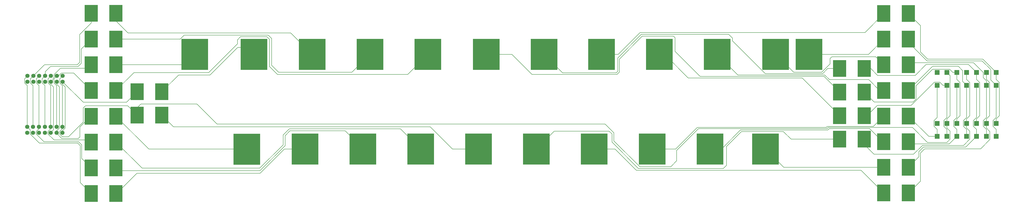
<source format=gbr>
G04 EAGLE Gerber RS-274X export*
G75*
%MOMM*%
%FSLAX34Y34*%
%LPD*%
%INTop Copper*%
%IPPOS*%
%AMOC8*
5,1,8,0,0,1.08239X$1,22.5*%
G01*
%ADD10R,11.303000X13.208000*%
%ADD11R,2.100000X2.100000*%
%ADD12C,1.800000*%
%ADD13R,5.600000X7.230000*%
%ADD14C,0.203200*%


D10*
X2675890Y-228600D03*
X1546860Y-228600D03*
X1513840Y-632460D03*
X1300480Y-228600D03*
X1267460Y-632460D03*
X1051560Y-228600D03*
X1021080Y-632460D03*
X805180Y-228600D03*
X774700Y-632460D03*
X558800Y-228600D03*
X528320Y-632460D03*
X2533650Y-228600D03*
X311150Y-228600D03*
X280670Y-633730D03*
X58420Y-228600D03*
X2490470Y-632460D03*
X2284730Y-228600D03*
X2254250Y-632460D03*
X2038350Y-228600D03*
X2007870Y-632460D03*
X1791970Y-228600D03*
X1760220Y-632460D03*
D11*
X3431466Y-361002D03*
X3389466Y-361002D03*
X3347466Y-361002D03*
X3305466Y-361002D03*
X3263466Y-361002D03*
X3431466Y-306002D03*
X3389466Y-306002D03*
X3347466Y-306002D03*
X3305466Y-306002D03*
X3263466Y-306002D03*
X3221466Y-306002D03*
X3221466Y-361002D03*
X3473466Y-361002D03*
X3473466Y-306002D03*
X3431466Y-578426D03*
X3389466Y-578426D03*
X3347466Y-578426D03*
X3305466Y-578426D03*
X3263466Y-578426D03*
X3431466Y-523426D03*
X3389466Y-523426D03*
X3347466Y-523426D03*
X3305466Y-523426D03*
X3263466Y-523426D03*
X3221466Y-523426D03*
X3221466Y-578426D03*
X3473466Y-578426D03*
X3473466Y-523426D03*
D12*
X-579120Y-320421D03*
X-579120Y-345421D03*
X-604120Y-345421D03*
X-604120Y-320421D03*
X-629120Y-320421D03*
X-629120Y-345421D03*
X-554120Y-345421D03*
X-554120Y-320421D03*
X-529120Y-320421D03*
X-529120Y-345421D03*
X-504120Y-345421D03*
X-504120Y-320421D03*
X-654120Y-320421D03*
X-654120Y-345421D03*
X-580136Y-537845D03*
X-580136Y-562845D03*
X-605136Y-562845D03*
X-605136Y-537845D03*
X-630136Y-537845D03*
X-630136Y-562845D03*
X-555136Y-562845D03*
X-555136Y-537845D03*
X-530136Y-537845D03*
X-530136Y-562845D03*
X-505136Y-562845D03*
X-505136Y-537845D03*
X-655136Y-537845D03*
X-655136Y-562845D03*
D13*
X2994357Y-163906D03*
X3099357Y-163906D03*
X2994357Y-273169D03*
X3099357Y-273169D03*
X2994357Y-710219D03*
X3099357Y-710219D03*
X2994357Y-382431D03*
X3099357Y-382431D03*
X2994357Y-600956D03*
X3099357Y-600956D03*
X2805762Y-490146D03*
X2910762Y-490146D03*
X2994357Y-491694D03*
X3099357Y-491694D03*
X2994357Y-54644D03*
X3099357Y-54644D03*
X2994357Y-819481D03*
X3099357Y-819481D03*
X2805762Y-289213D03*
X2910762Y-289213D03*
X2805762Y-590613D03*
X2910762Y-590613D03*
X2805762Y-389680D03*
X2910762Y-389680D03*
X-81866Y-487715D03*
X-186866Y-487715D03*
X-277065Y-383064D03*
X-382065Y-383064D03*
X-277065Y-602843D03*
X-382065Y-602843D03*
X-277065Y-163286D03*
X-382065Y-163286D03*
X-277065Y-712732D03*
X-382065Y-712732D03*
X-277065Y-53397D03*
X-382065Y-53397D03*
X-277065Y-822621D03*
X-382065Y-822621D03*
X-81866Y-388049D03*
X-186866Y-388049D03*
X-277065Y-492954D03*
X-382065Y-492954D03*
X-277065Y-273175D03*
X-382065Y-273175D03*
D14*
X3333918Y-511664D02*
X3333918Y-535189D01*
X3347466Y-548737D02*
X3347466Y-578426D01*
X3347466Y-498116D02*
X3347466Y-361002D01*
X3333918Y-535189D02*
X3347466Y-548737D01*
X3333918Y-511664D02*
X3347466Y-498116D01*
X3347466Y-361002D02*
X3330448Y-343984D01*
X3330448Y-297942D01*
X3202134Y-279654D02*
X3099357Y-382431D01*
X3312160Y-279654D02*
X3330448Y-297942D01*
X3312160Y-279654D02*
X3202134Y-279654D01*
X3291918Y-511664D02*
X3291918Y-535189D01*
X3305466Y-548737D02*
X3305466Y-578426D01*
X3305466Y-498116D02*
X3305466Y-361002D01*
X3291918Y-535189D02*
X3305466Y-548737D01*
X3291918Y-511664D02*
X3305466Y-498116D01*
X3273213Y-610679D02*
X3109079Y-610679D01*
X3099357Y-600956D01*
X3273213Y-610679D02*
X3305466Y-578426D01*
X3249918Y-535189D02*
X3249918Y-511664D01*
X3263466Y-548737D02*
X3263466Y-578426D01*
X3263466Y-498116D02*
X3263466Y-361002D01*
X3249918Y-535189D02*
X3263466Y-548737D01*
X3249918Y-511664D02*
X3263466Y-498116D01*
X2922851Y-490146D02*
X2910762Y-490146D01*
X2922851Y-490146D02*
X2966681Y-446316D01*
X3110841Y-446316D01*
X3209704Y-347454D02*
X3233229Y-347454D01*
X3246777Y-361002D02*
X3263466Y-361002D01*
X3246777Y-361002D02*
X3233229Y-347454D01*
X3209704Y-347454D02*
X3110841Y-446316D01*
X3207918Y-511664D02*
X3207918Y-535189D01*
X3221466Y-548737D02*
X3221466Y-578426D01*
X3221466Y-498116D02*
X3221466Y-361002D01*
X3207918Y-535189D02*
X3221466Y-548737D01*
X3207918Y-511664D02*
X3221466Y-498116D01*
X3221466Y-578426D02*
X3186089Y-578426D01*
X3099357Y-491694D01*
X3473466Y-503863D02*
X3473466Y-523426D01*
X3473466Y-335692D02*
X3473466Y-306002D01*
X3473466Y-335692D02*
X3487014Y-349240D01*
X3487014Y-490315D02*
X3473466Y-503863D01*
X3487014Y-490315D02*
X3487014Y-349240D01*
X3416418Y-248954D02*
X3181336Y-248954D01*
X3150602Y-218220D01*
X3150602Y-105888D02*
X3099357Y-54644D01*
X3150602Y-105888D02*
X3150602Y-218220D01*
X3416418Y-248954D02*
X3473466Y-306002D01*
X3431466Y-503863D02*
X3431466Y-523426D01*
X3431466Y-335692D02*
X3431466Y-306002D01*
X3431466Y-335692D02*
X3445014Y-349240D01*
X3445014Y-490315D02*
X3431466Y-503863D01*
X3445014Y-490315D02*
X3445014Y-349240D01*
X3431466Y-523426D02*
X3431466Y-542989D01*
X3446284Y-557807D01*
X3446284Y-592316D01*
X3407079Y-631521D01*
X3168128Y-631521D02*
X3150348Y-649301D01*
X3150348Y-769697D01*
X3100564Y-819481D01*
X3099357Y-819481D01*
X3168128Y-631521D02*
X3407079Y-631521D01*
X3389466Y-523426D02*
X3389466Y-503863D01*
X3389466Y-335692D02*
X3389466Y-306002D01*
X3389466Y-335692D02*
X3403014Y-349240D01*
X3403014Y-490315D02*
X3389466Y-503863D01*
X3403014Y-490315D02*
X3403014Y-349240D01*
X2938830Y-289213D02*
X2910762Y-289213D01*
X2938830Y-289213D02*
X2967951Y-318335D01*
X3174746Y-272034D02*
X3355498Y-272034D01*
X3389466Y-306002D01*
X3174746Y-272034D02*
X3128445Y-318335D01*
X2967951Y-318335D01*
X3347466Y-503863D02*
X3347466Y-523426D01*
X3347466Y-335692D02*
X3347466Y-306002D01*
X3347466Y-335692D02*
X3361014Y-349240D01*
X3361014Y-490315D02*
X3347466Y-503863D01*
X3361014Y-490315D02*
X3361014Y-349240D01*
X3347466Y-523426D02*
X3347466Y-542989D01*
X3361014Y-556537D01*
X3361014Y-590189D01*
X3334083Y-617120D02*
X3158956Y-617120D01*
X3334083Y-617120D02*
X3361014Y-590189D01*
X2910762Y-590613D02*
X2910762Y-613063D01*
X2952457Y-654758D01*
X3121318Y-654758D02*
X3158956Y-617120D01*
X3121318Y-654758D02*
X2952457Y-654758D01*
X-554120Y-356712D02*
X-554120Y-345421D01*
X-543088Y-550797D02*
X-555136Y-562845D01*
X-543088Y-550797D02*
X-543088Y-367744D01*
X-554120Y-356712D01*
X-554120Y-345421D02*
X-545232Y-336533D01*
X-545232Y-330786D01*
X-541168Y-326722D01*
X-541168Y-315431D01*
X-513774Y-288036D01*
X-396926Y-288036D02*
X-382065Y-273175D01*
X-396926Y-288036D02*
X-513774Y-288036D01*
X-530136Y-554884D02*
X-530136Y-562845D01*
X-530136Y-554884D02*
X-518088Y-542836D01*
X-529120Y-356712D02*
X-529120Y-345421D01*
X-518088Y-367744D02*
X-518088Y-542836D01*
X-518088Y-367744D02*
X-529120Y-356712D01*
X-530136Y-562845D02*
X-530136Y-564949D01*
X-507537Y-587547D01*
X-437289Y-587547D01*
X-430833Y-581092D02*
X-430833Y-538674D01*
X-385113Y-492954D01*
X-382065Y-492954D01*
X-430833Y-581092D02*
X-437289Y-587547D01*
X-505136Y-562845D02*
X-505136Y-554884D01*
X-493088Y-542836D01*
X-493088Y-367744D01*
X-504120Y-356712D01*
X-504120Y-345421D01*
X-416725Y-432816D01*
X-231633Y-432816D02*
X-186866Y-388049D01*
X-231633Y-432816D02*
X-416725Y-432816D01*
X-655136Y-361444D02*
X-655136Y-537845D01*
X-655136Y-361444D02*
X-666168Y-350412D01*
X-666168Y-332469D01*
X-654120Y-320421D01*
X-428800Y-775886D02*
X-382065Y-822621D01*
X-440254Y-606988D02*
X-603032Y-606988D01*
X-642184Y-567836D01*
X-642184Y-550797D01*
X-655136Y-537845D01*
X-428800Y-618442D02*
X-428800Y-775886D01*
X-428800Y-618442D02*
X-440254Y-606988D01*
X-630136Y-537845D02*
X-630136Y-361444D01*
X-641168Y-350412D01*
X-641168Y-332469D01*
X-629120Y-320421D01*
X-581749Y-273050D01*
X-442119Y-273050D01*
X-431546Y-262477D01*
X-382065Y-94826D02*
X-382065Y-53397D01*
X-431546Y-144307D02*
X-431546Y-262477D01*
X-431546Y-144307D02*
X-382065Y-94826D01*
X-605136Y-361444D02*
X-605136Y-537845D01*
X-605136Y-361444D02*
X-616168Y-350412D01*
X-616168Y-332469D01*
X-604120Y-320421D01*
X-617184Y-557855D02*
X-617184Y-567836D01*
X-605136Y-545807D02*
X-605136Y-537845D01*
X-605136Y-545807D02*
X-617184Y-557855D01*
X-617184Y-567836D02*
X-584128Y-600892D01*
X-437009Y-600892D01*
X-422705Y-615196D01*
X-422705Y-672092D01*
X-382065Y-712732D01*
X-580136Y-537845D02*
X-580136Y-361444D01*
X-591168Y-350412D01*
X-591168Y-332469D01*
X-579120Y-320421D01*
X-578254Y-319555D01*
X-578254Y-302119D01*
X-556297Y-280162D01*
X-438404Y-280162D01*
X-424942Y-266700D01*
X-424942Y-206163D02*
X-382065Y-163286D01*
X-424942Y-206163D02*
X-424942Y-266700D01*
X-555136Y-361444D02*
X-555136Y-537845D01*
X-555136Y-361444D02*
X-566168Y-350412D01*
X-566168Y-332469D01*
X-554120Y-320421D01*
X-567184Y-557855D02*
X-567184Y-567836D01*
X-555136Y-545807D02*
X-555136Y-537845D01*
X-555136Y-545807D02*
X-567184Y-557855D01*
X-567184Y-567836D02*
X-540967Y-594053D01*
X-390855Y-594053D01*
X-382065Y-602843D01*
X-530136Y-537845D02*
X-530136Y-361444D01*
X-541168Y-350412D01*
X-541168Y-332469D01*
X-529120Y-320421D01*
X-521159Y-320421D01*
X-509111Y-308373D01*
X-456756Y-308373D01*
X-382065Y-383064D01*
X-505136Y-361444D02*
X-505136Y-537845D01*
X-505136Y-361444D02*
X-516168Y-350412D01*
X-516168Y-332469D01*
X-504120Y-320421D01*
X-517184Y-557855D02*
X-517184Y-567836D01*
X-505047Y-579973D01*
X-505136Y-545807D02*
X-505136Y-537845D01*
X-505136Y-545807D02*
X-517184Y-557855D01*
X3263466Y-523426D02*
X3263466Y-503863D01*
X3277014Y-490315D01*
X3277014Y-319550D02*
X3263466Y-306002D01*
X3277014Y-319550D02*
X3277014Y-490315D01*
X3263466Y-523426D02*
X3263466Y-542989D01*
X3277014Y-556537D01*
X3277014Y-590189D01*
X3262874Y-604329D01*
X3180651Y-604329D01*
X3116689Y-540367D01*
X-478627Y-579973D02*
X-505047Y-579973D01*
X-416306Y-517652D02*
X-416306Y-457200D01*
X-304644Y-447788D02*
X-304630Y-447802D01*
X-406894Y-447788D02*
X-416306Y-457200D01*
X-406894Y-447788D02*
X-304644Y-447788D01*
X-226779Y-447802D02*
X-186866Y-487715D01*
X-416306Y-517652D02*
X-478627Y-579973D01*
X-304630Y-447802D02*
X-226779Y-447802D01*
X-186866Y-456360D02*
X-186866Y-487715D01*
X-186866Y-456360D02*
X-171196Y-440690D01*
X68072Y-440690D01*
X1844548Y-563467D02*
X1844548Y-597503D01*
X1954943Y-707898D02*
X2086864Y-707898D01*
X153162Y-525780D02*
X68072Y-440690D01*
X153162Y-525780D02*
X1806861Y-525780D01*
X1844548Y-563467D01*
X1844548Y-597503D02*
X1954943Y-707898D01*
X2112137Y-682625D02*
X2112137Y-638310D01*
X2205000Y-545447D01*
X2112137Y-682625D02*
X2086864Y-707898D01*
X2752598Y-545447D02*
X2757678Y-540367D01*
X2752598Y-545447D02*
X2205000Y-545447D01*
X2757678Y-540367D02*
X3116689Y-540367D01*
X3305466Y-523426D02*
X3305466Y-503863D01*
X3305466Y-335692D02*
X3305466Y-306002D01*
X3305466Y-335692D02*
X3319014Y-349240D01*
X3319014Y-490315D02*
X3305466Y-503863D01*
X3319014Y-490315D02*
X3319014Y-349240D01*
X3305466Y-306002D02*
X3288777Y-306002D01*
X3275229Y-292454D01*
X2953146Y-432063D02*
X2910762Y-389680D01*
X2953146Y-432063D02*
X3119347Y-432063D01*
X3132247Y-419164D02*
X3132247Y-362794D01*
X3132247Y-419164D02*
X3119347Y-432063D01*
X3132247Y-362794D02*
X3202586Y-292454D01*
X3275229Y-292454D01*
X3375918Y-511664D02*
X3375918Y-535189D01*
X3389466Y-548737D02*
X3389466Y-578426D01*
X3389466Y-498116D02*
X3389466Y-361002D01*
X3375918Y-535189D02*
X3389466Y-548737D01*
X3375918Y-511664D02*
X3389466Y-498116D01*
X3389466Y-578426D02*
X3344033Y-623859D01*
X3163556Y-623859D01*
X3143744Y-643671D01*
X3143744Y-665832D01*
X3099357Y-710219D01*
X3417918Y-535189D02*
X3417918Y-511664D01*
X3431466Y-548737D02*
X3431466Y-578426D01*
X3431466Y-498116D02*
X3431466Y-361002D01*
X3417918Y-535189D02*
X3431466Y-548737D01*
X3417918Y-511664D02*
X3431466Y-498116D01*
X3431466Y-361002D02*
X3431466Y-341439D01*
X3417918Y-327891D01*
X3417918Y-305910D01*
X3376549Y-264541D01*
X3107985Y-264541D01*
X3099357Y-273169D01*
X3459918Y-511664D02*
X3459918Y-535189D01*
X3473466Y-548737D02*
X3473466Y-578426D01*
X3473466Y-498116D02*
X3473466Y-361002D01*
X3459918Y-535189D02*
X3473466Y-548737D01*
X3459918Y-511664D02*
X3473466Y-498116D01*
X3473466Y-361002D02*
X3450082Y-337618D01*
X3450082Y-293116D01*
X3413328Y-256362D01*
X3178542Y-256362D01*
X3099357Y-177178D01*
X3099357Y-163906D01*
X2994357Y-163906D02*
X2929663Y-228600D01*
X2675890Y-228600D01*
X2610358Y-305308D02*
X2533650Y-228600D01*
X2610358Y-305308D02*
X2729738Y-305308D01*
X2960456Y-239268D02*
X2994357Y-273169D01*
X2960456Y-239268D02*
X2772918Y-239268D01*
X2765298Y-246888D01*
X2765298Y-269748D01*
X2729738Y-305308D01*
X2568229Y-710219D02*
X2994357Y-710219D01*
X2568229Y-710219D02*
X2490470Y-632460D01*
X2372633Y-316503D02*
X2284730Y-228600D01*
X2976299Y-382431D02*
X2994357Y-382431D01*
X2976299Y-382431D02*
X2930183Y-336315D01*
X2762504Y-336315D01*
X2742692Y-316503D01*
X2372633Y-316503D01*
X2302764Y-632460D02*
X2254250Y-632460D01*
X2989757Y-600956D02*
X2994357Y-600956D01*
X2989757Y-600956D02*
X2933993Y-545193D01*
X2761996Y-545193D01*
X2755900Y-551289D01*
X2383935Y-551289D01*
X2302764Y-632460D01*
X2161194Y-329157D02*
X2646653Y-329157D01*
X2060637Y-228600D02*
X2038350Y-228600D01*
X2060637Y-228600D02*
X2161194Y-329157D01*
X2646653Y-329157D02*
X2805762Y-488266D01*
X2805762Y-490146D01*
X2950002Y-536049D02*
X2994357Y-491694D01*
X2950002Y-536049D02*
X2753868Y-536049D01*
X2749550Y-540367D01*
X2199666Y-540367D01*
X2107573Y-632460D01*
X2007870Y-632460D01*
X2994357Y-55572D02*
X2994357Y-54644D01*
X2994357Y-55572D02*
X2914394Y-135535D01*
X1955901Y-135535D02*
X1862836Y-228600D01*
X1791970Y-228600D01*
X1955901Y-135535D02*
X2914394Y-135535D01*
X1939544Y-722884D02*
X1849120Y-632460D01*
X1760220Y-632460D01*
X2897760Y-722884D02*
X2994357Y-819481D01*
X2897760Y-722884D02*
X1939544Y-722884D01*
X1860804Y-300736D02*
X1860804Y-243586D01*
X1860804Y-300736D02*
X1854200Y-307340D01*
X1625600Y-307340D02*
X1546860Y-228600D01*
X1860804Y-243586D02*
X1961134Y-143256D01*
X1854200Y-307340D02*
X1625600Y-307340D01*
X2733707Y-311150D02*
X2755644Y-289213D01*
X2489335Y-311150D02*
X2349373Y-171189D01*
X2489335Y-311150D02*
X2733707Y-311150D01*
X2349373Y-159266D02*
X2333364Y-143256D01*
X2349373Y-159266D02*
X2349373Y-171189D01*
X2333364Y-143256D02*
X1961134Y-143256D01*
X2755644Y-289213D02*
X2805762Y-289213D01*
X2566670Y-557784D02*
X2388108Y-557784D01*
X2324354Y-621538D01*
X2324354Y-702056D01*
X2310892Y-715518D01*
X1948688Y-715518D01*
X1836420Y-603250D01*
X1836420Y-568452D01*
X1824228Y-556260D01*
X1590040Y-556260D02*
X1513840Y-632460D01*
X1590040Y-556260D02*
X1824228Y-556260D01*
X2599499Y-590613D02*
X2805762Y-590613D01*
X2599499Y-590613D02*
X2566670Y-557784D01*
X13845Y-273175D02*
X-277065Y-273175D01*
X13845Y-273175D02*
X58420Y-228600D01*
X279654Y-632714D02*
X280670Y-633730D01*
X279654Y-632714D02*
X-137305Y-632714D01*
X-277065Y-492954D01*
X281432Y-198882D02*
X311150Y-228600D01*
X281432Y-198882D02*
X241554Y-198882D01*
X123952Y-316484D01*
X-10301Y-316484D02*
X-81866Y-388049D01*
X-10301Y-316484D02*
X123952Y-316484D01*
X440690Y-632460D02*
X528320Y-632460D01*
X440690Y-632460D02*
X337143Y-736007D01*
X-187403Y-736007D01*
X-274017Y-822621D02*
X-277065Y-822621D01*
X-274017Y-822621D02*
X-187403Y-736007D01*
X-225915Y-137059D02*
X467259Y-137059D01*
X-225915Y-137059D02*
X-277065Y-85909D01*
X-277065Y-53397D01*
X467259Y-137059D02*
X558800Y-228600D01*
X443738Y-575818D02*
X443738Y-618102D01*
X443738Y-575818D02*
X464566Y-554990D01*
X443738Y-618102D02*
X336597Y-725242D01*
X464566Y-554990D02*
X699770Y-554990D01*
X774700Y-629920D01*
X774700Y-632460D01*
X336597Y-725242D02*
X-264555Y-725242D01*
X-277065Y-712732D01*
X728726Y-305054D02*
X805180Y-228600D01*
X728726Y-305054D02*
X416306Y-305054D01*
X386588Y-275336D01*
X386588Y-160782D01*
X-3132Y-163286D02*
X-277065Y-163286D01*
X-3132Y-163286D02*
X13851Y-146304D01*
X372110Y-146304D02*
X386588Y-160782D01*
X372110Y-146304D02*
X13851Y-146304D01*
X435356Y-572516D02*
X435356Y-614680D01*
X435356Y-572516D02*
X461264Y-546608D01*
X935228Y-546608D02*
X1021080Y-632460D01*
X435356Y-614680D02*
X335788Y-714248D01*
X461264Y-546608D02*
X935228Y-546608D01*
X-165660Y-714248D02*
X-277065Y-602843D01*
X-165660Y-714248D02*
X335788Y-714248D01*
X966216Y-313944D02*
X1051560Y-228600D01*
X966216Y-313944D02*
X410464Y-313944D01*
X376936Y-280416D01*
X376936Y-164338D01*
X366014Y-153416D01*
X253627Y-153416D02*
X240411Y-166632D01*
X240411Y-183864D02*
X117522Y-306752D01*
X240411Y-183864D02*
X240411Y-166632D01*
X253627Y-153416D02*
X366014Y-153416D01*
X117522Y-306752D02*
X-200753Y-306752D01*
X-277065Y-383064D01*
X1857661Y-314198D02*
X1867916Y-303943D01*
X1410089Y-228600D02*
X1300480Y-228600D01*
X1867916Y-248666D02*
X1867916Y-303943D01*
X1867916Y-248666D02*
X1965706Y-150876D01*
X1495687Y-314198D02*
X1410089Y-228600D01*
X1495687Y-314198D02*
X1857661Y-314198D01*
X1965706Y-150876D02*
X2098040Y-150876D01*
X2105152Y-157988D02*
X2105152Y-215805D01*
X2211970Y-322624D01*
X2805762Y-388742D02*
X2805762Y-389680D01*
X2805762Y-388742D02*
X2739644Y-322624D01*
X2211970Y-322624D01*
X2105152Y-157988D02*
X2098040Y-150876D01*
X1267460Y-632460D02*
X1156582Y-632460D01*
X1061586Y-537464D01*
X-32117Y-537464D02*
X-81866Y-487715D01*
X-32117Y-537464D02*
X1061586Y-537464D01*
M02*

</source>
